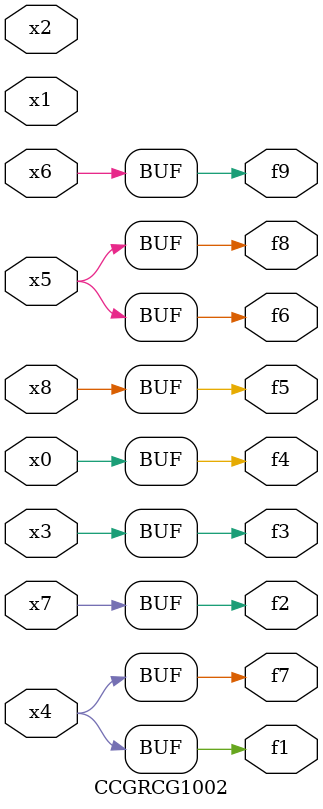
<source format=v>
module CCGRCG1002(
	input x0, x1, x2, x3, x4, x5, x6, x7, x8,
	output f1, f2, f3, f4, f5, f6, f7, f8, f9
);
	assign f1 = x4;
	assign f2 = x7;
	assign f3 = x3;
	assign f4 = x0;
	assign f5 = x8;
	assign f6 = x5;
	assign f7 = x4;
	assign f8 = x5;
	assign f9 = x6;
endmodule

</source>
